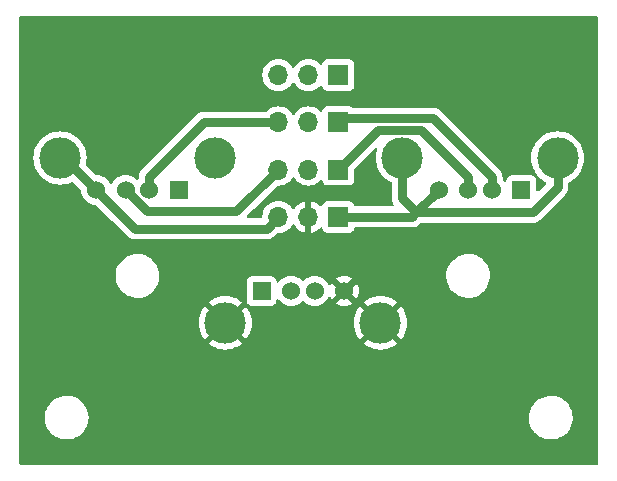
<source format=gbr>
%TF.GenerationSoftware,KiCad,Pcbnew,7.0.2*%
%TF.CreationDate,2023-04-22T20:19:08-03:00*%
%TF.ProjectId,usbsplitter,75736273-706c-4697-9474-65722e6b6963,1.0.1*%
%TF.SameCoordinates,Original*%
%TF.FileFunction,Copper,L2,Bot*%
%TF.FilePolarity,Positive*%
%FSLAX46Y46*%
G04 Gerber Fmt 4.6, Leading zero omitted, Abs format (unit mm)*
G04 Created by KiCad (PCBNEW 7.0.2) date 2023-04-22 20:19:08*
%MOMM*%
%LPD*%
G01*
G04 APERTURE LIST*
%TA.AperFunction,ComponentPad*%
%ADD10R,1.700000X1.700000*%
%TD*%
%TA.AperFunction,ComponentPad*%
%ADD11O,1.700000X1.700000*%
%TD*%
%TA.AperFunction,ComponentPad*%
%ADD12R,1.524000X1.524000*%
%TD*%
%TA.AperFunction,ComponentPad*%
%ADD13C,1.524000*%
%TD*%
%TA.AperFunction,ComponentPad*%
%ADD14C,3.500000*%
%TD*%
%TA.AperFunction,Conductor*%
%ADD15C,0.800000*%
%TD*%
G04 APERTURE END LIST*
D10*
%TO.P,SW4,1,A*%
%TO.N,/GNDA*%
X179000000Y-82000000D03*
D11*
%TO.P,SW4,2,B*%
%TO.N,GND*%
X176460000Y-82000000D03*
%TO.P,SW4,3,C*%
%TO.N,/GNDB*%
X173920000Y-82000000D03*
%TD*%
D10*
%TO.P,SW3,1,A*%
%TO.N,/D-A*%
X179000000Y-74000000D03*
D11*
%TO.P,SW3,2,B*%
%TO.N,/D-*%
X176460000Y-74000000D03*
%TO.P,SW3,3,C*%
%TO.N,/D-B*%
X173920000Y-74000000D03*
%TD*%
D10*
%TO.P,SW2,1,A*%
%TO.N,/D+A*%
X179000000Y-78000000D03*
D11*
%TO.P,SW2,2,B*%
%TO.N,/D+*%
X176460000Y-78000000D03*
%TO.P,SW2,3,C*%
%TO.N,/D+B*%
X173920000Y-78000000D03*
%TD*%
D10*
%TO.P,SW1,1,A*%
%TO.N,/5VA*%
X179000000Y-70000000D03*
D11*
%TO.P,SW1,2,B*%
%TO.N,+5V*%
X176460000Y-70000000D03*
%TO.P,SW1,3,C*%
%TO.N,/5VB*%
X173920000Y-70000000D03*
%TD*%
D12*
%TO.P,OUT2,1,VBUS*%
%TO.N,/5VB*%
X165500000Y-79727500D03*
D13*
%TO.P,OUT2,2,D-*%
%TO.N,/D-B*%
X163000000Y-79727500D03*
%TO.P,OUT2,3,D+*%
%TO.N,/D+B*%
X161000000Y-79727500D03*
%TO.P,OUT2,4,GND*%
%TO.N,/GNDB*%
X158500000Y-79727500D03*
D14*
%TO.P,OUT2,5,Shield*%
X155430000Y-77017500D03*
X168570000Y-77017500D03*
%TD*%
D12*
%TO.P,OUT1,1,VBUS*%
%TO.N,/5VA*%
X194500000Y-79727500D03*
D13*
%TO.P,OUT1,2,D-*%
%TO.N,/D-A*%
X192000000Y-79727500D03*
%TO.P,OUT1,3,D+*%
%TO.N,/D+A*%
X190000000Y-79727500D03*
%TO.P,OUT1,4,GND*%
%TO.N,/GNDA*%
X187500000Y-79727500D03*
D14*
%TO.P,OUT1,5,Shield*%
X184430000Y-77017500D03*
X197570000Y-77017500D03*
%TD*%
D12*
%TO.P,IN1,1,VBUS*%
%TO.N,+5V*%
X172500000Y-88272500D03*
D13*
%TO.P,IN1,2,D-*%
%TO.N,/D-*%
X175000000Y-88272500D03*
%TO.P,IN1,3,D+*%
%TO.N,/D+*%
X177000000Y-88272500D03*
%TO.P,IN1,4,GND*%
%TO.N,GND*%
X179500000Y-88272500D03*
D14*
%TO.P,IN1,5,Shield*%
X182570000Y-90982500D03*
X169430000Y-90982500D03*
%TD*%
D15*
%TO.N,/GNDB*%
X155430000Y-77017500D02*
X155790000Y-77017500D01*
X155790000Y-77017500D02*
X158500000Y-79727500D01*
X161772500Y-83000000D02*
X172920000Y-83000000D01*
X172920000Y-83000000D02*
X173920000Y-82000000D01*
%TO.N,/GNDA*%
X179000000Y-82000000D02*
X185227500Y-82000000D01*
X185227500Y-82000000D02*
X185613750Y-81613750D01*
%TO.N,/D-A*%
X192000000Y-78649870D02*
X187017630Y-73667500D01*
X187017630Y-73667500D02*
X179332500Y-73667500D01*
X179332500Y-73667500D02*
X179000000Y-74000000D01*
%TO.N,/D+A*%
X186017630Y-74667500D02*
X182332500Y-74667500D01*
X182332500Y-74667500D02*
X179000000Y-78000000D01*
%TO.N,/D+B*%
X173920000Y-78000000D02*
X170370000Y-81550000D01*
%TO.N,/D-B*%
X163000000Y-78649870D02*
X167649870Y-74000000D01*
X167649870Y-74000000D02*
X173920000Y-74000000D01*
%TO.N,/GNDA*%
X185613750Y-81613750D02*
X195448623Y-81613750D01*
X195448623Y-81613750D02*
X197570000Y-79492373D01*
X197570000Y-79492373D02*
X197570000Y-77017500D01*
X184430000Y-80430000D02*
X185613750Y-81613750D01*
X185613750Y-81613750D02*
X187500000Y-79727500D01*
X184430000Y-77017500D02*
X184430000Y-80430000D01*
%TO.N,/D+B*%
X161000000Y-79727500D02*
X162822500Y-81550000D01*
X162822500Y-81550000D02*
X170370000Y-81550000D01*
%TO.N,/D-B*%
X163000000Y-79727500D02*
X163000000Y-78649870D01*
%TO.N,/D-A*%
X192000000Y-78649870D02*
X192000000Y-79727500D01*
%TO.N,/D+A*%
X186017630Y-74667500D02*
X190000000Y-78649870D01*
X190000000Y-78649870D02*
X190000000Y-79727500D01*
%TO.N,/GNDB*%
X158500000Y-79727500D02*
X161772500Y-83000000D01*
%TD*%
%TA.AperFunction,Conductor*%
%TO.N,GND*%
G36*
X182218113Y-76157899D02*
G01*
X182274046Y-76199771D01*
X182298463Y-76265235D01*
X182292198Y-76313939D01*
X182252825Y-76429928D01*
X182252824Y-76429933D01*
X182251519Y-76433778D01*
X182250728Y-76437750D01*
X182250726Y-76437761D01*
X182194758Y-76719137D01*
X182193966Y-76723120D01*
X182193700Y-76727167D01*
X182193700Y-76727173D01*
X182181870Y-76907669D01*
X182174671Y-77017500D01*
X182193966Y-77311880D01*
X182194757Y-77315861D01*
X182194758Y-77315862D01*
X182250726Y-77597238D01*
X182250728Y-77597245D01*
X182251519Y-77601222D01*
X182252819Y-77605053D01*
X182252823Y-77605066D01*
X182306976Y-77764592D01*
X182346348Y-77880577D01*
X182348141Y-77884213D01*
X182348144Y-77884220D01*
X182475032Y-78141525D01*
X182475038Y-78141536D01*
X182476828Y-78145165D01*
X182479079Y-78148534D01*
X182479082Y-78148539D01*
X182638467Y-78387075D01*
X182640727Y-78390457D01*
X182703129Y-78461613D01*
X182826840Y-78602678D01*
X182835242Y-78612258D01*
X183057043Y-78806773D01*
X183302335Y-78970672D01*
X183305973Y-78972466D01*
X183305975Y-78972467D01*
X183460343Y-79048593D01*
X183511762Y-79095898D01*
X183529499Y-79159805D01*
X183529499Y-80349375D01*
X183527973Y-80368768D01*
X183525780Y-80382611D01*
X183529330Y-80450336D01*
X183529500Y-80456825D01*
X183529500Y-80477192D01*
X183529837Y-80480404D01*
X183529838Y-80480413D01*
X183531628Y-80497447D01*
X183532136Y-80503909D01*
X183535686Y-80571645D01*
X183539315Y-80585187D01*
X183542860Y-80604315D01*
X183544325Y-80618254D01*
X183565282Y-80682754D01*
X183567125Y-80688976D01*
X183584679Y-80754487D01*
X183591042Y-80766974D01*
X183598489Y-80784953D01*
X183602820Y-80798283D01*
X183636725Y-80857008D01*
X183639823Y-80862713D01*
X183668607Y-80919205D01*
X183681503Y-80987875D01*
X183655226Y-81052615D01*
X183598120Y-81092872D01*
X183558122Y-81099500D01*
X180451439Y-81099500D01*
X180384400Y-81079815D01*
X180338645Y-81027011D01*
X180335257Y-81018833D01*
X180326081Y-80994230D01*
X180293796Y-80907669D01*
X180207546Y-80792454D01*
X180092331Y-80706204D01*
X179957483Y-80655909D01*
X179897873Y-80649500D01*
X179894550Y-80649500D01*
X178105439Y-80649500D01*
X178105420Y-80649500D01*
X178102128Y-80649501D01*
X178098848Y-80649853D01*
X178098840Y-80649854D01*
X178042515Y-80655909D01*
X177907669Y-80706204D01*
X177792454Y-80792454D01*
X177706204Y-80907669D01*
X177656997Y-81039599D01*
X177615125Y-81095532D01*
X177549661Y-81119949D01*
X177481388Y-81105097D01*
X177453134Y-81083946D01*
X177331081Y-80961893D01*
X177137576Y-80826399D01*
X176923492Y-80726569D01*
X176710000Y-80669364D01*
X176710000Y-81564498D01*
X176602315Y-81515320D01*
X176495763Y-81500000D01*
X176424237Y-81500000D01*
X176317685Y-81515320D01*
X176210000Y-81564498D01*
X176210000Y-80669364D01*
X176209999Y-80669364D01*
X175996507Y-80726569D01*
X175782421Y-80826400D01*
X175588921Y-80961890D01*
X175421893Y-81128918D01*
X175291880Y-81314596D01*
X175237303Y-81358220D01*
X175167804Y-81365413D01*
X175105450Y-81333891D01*
X175088730Y-81314595D01*
X174958494Y-81128598D01*
X174791404Y-80961508D01*
X174791404Y-80961507D01*
X174791401Y-80961505D01*
X174597830Y-80825965D01*
X174383663Y-80726097D01*
X174322502Y-80709709D01*
X174155407Y-80664936D01*
X173920000Y-80644340D01*
X173684592Y-80664936D01*
X173456336Y-80726097D01*
X173242170Y-80825965D01*
X173048598Y-80961505D01*
X172881505Y-81128598D01*
X172745965Y-81322170D01*
X172646097Y-81536336D01*
X172584936Y-81764592D01*
X172565538Y-81986308D01*
X172540085Y-82051376D01*
X172483494Y-82092355D01*
X172442010Y-82099500D01*
X171393361Y-82099500D01*
X171326322Y-82079815D01*
X171280567Y-82027011D01*
X171270623Y-81957853D01*
X171299648Y-81894297D01*
X171305680Y-81887819D01*
X171878904Y-81314595D01*
X173803564Y-79389933D01*
X173864885Y-79356450D01*
X173902048Y-79354088D01*
X173920000Y-79355659D01*
X173920002Y-79355658D01*
X173920004Y-79355659D01*
X174108326Y-79339182D01*
X174155408Y-79335063D01*
X174383663Y-79273903D01*
X174597830Y-79174035D01*
X174791401Y-79038495D01*
X174958495Y-78871401D01*
X175088426Y-78685839D01*
X175143002Y-78642216D01*
X175212500Y-78635022D01*
X175274855Y-78666545D01*
X175291571Y-78685837D01*
X175421505Y-78871401D01*
X175588599Y-79038495D01*
X175782170Y-79174035D01*
X175996337Y-79273903D01*
X176224592Y-79335063D01*
X176460000Y-79355659D01*
X176695408Y-79335063D01*
X176923663Y-79273903D01*
X177137830Y-79174035D01*
X177331401Y-79038495D01*
X177453329Y-78916566D01*
X177514648Y-78883084D01*
X177584340Y-78888068D01*
X177640274Y-78929939D01*
X177657189Y-78960916D01*
X177669398Y-78993650D01*
X177706204Y-79092331D01*
X177792454Y-79207546D01*
X177907669Y-79293796D01*
X178042517Y-79344091D01*
X178102127Y-79350500D01*
X179897872Y-79350499D01*
X179957483Y-79344091D01*
X180092331Y-79293796D01*
X180207546Y-79207546D01*
X180293796Y-79092331D01*
X180344091Y-78957483D01*
X180350500Y-78897873D01*
X180350499Y-77974359D01*
X180370183Y-77907321D01*
X180386813Y-77886684D01*
X182087101Y-76186398D01*
X182148421Y-76152915D01*
X182218113Y-76157899D01*
G37*
%TD.AperFunction*%
%TA.AperFunction,Conductor*%
G36*
X200942539Y-65020185D02*
G01*
X200988294Y-65072989D01*
X200999500Y-65124500D01*
X200999500Y-102875500D01*
X200979815Y-102942539D01*
X200927011Y-102988294D01*
X200875500Y-102999500D01*
X152124500Y-102999500D01*
X152057461Y-102979815D01*
X152011706Y-102927011D01*
X152000500Y-102875500D01*
X152000500Y-99067764D01*
X154145787Y-99067764D01*
X154175413Y-99337016D01*
X154243928Y-99599087D01*
X154349871Y-99848392D01*
X154490982Y-100079611D01*
X154580253Y-100186881D01*
X154664255Y-100287820D01*
X154865998Y-100468582D01*
X155091910Y-100618044D01*
X155198211Y-100667876D01*
X155337177Y-100733021D01*
X155596562Y-100811058D01*
X155596569Y-100811060D01*
X155864561Y-100850500D01*
X155864564Y-100850500D01*
X156065369Y-100850500D01*
X156067631Y-100850500D01*
X156270156Y-100835677D01*
X156534553Y-100776780D01*
X156787558Y-100680014D01*
X157023777Y-100547441D01*
X157238177Y-100381888D01*
X157426186Y-100186881D01*
X157583799Y-99966579D01*
X157707656Y-99725675D01*
X157795118Y-99469305D01*
X157844319Y-99202933D01*
X157849259Y-99067764D01*
X195145787Y-99067764D01*
X195175413Y-99337016D01*
X195243928Y-99599087D01*
X195349871Y-99848392D01*
X195490982Y-100079611D01*
X195580253Y-100186881D01*
X195664255Y-100287820D01*
X195865998Y-100468582D01*
X196091910Y-100618044D01*
X196198211Y-100667876D01*
X196337177Y-100733021D01*
X196596562Y-100811058D01*
X196596569Y-100811060D01*
X196864561Y-100850500D01*
X196864564Y-100850500D01*
X197065369Y-100850500D01*
X197067631Y-100850500D01*
X197270156Y-100835677D01*
X197534553Y-100776780D01*
X197787558Y-100680014D01*
X198023777Y-100547441D01*
X198238177Y-100381888D01*
X198426186Y-100186881D01*
X198583799Y-99966579D01*
X198707656Y-99725675D01*
X198795118Y-99469305D01*
X198844319Y-99202933D01*
X198854212Y-98932235D01*
X198824586Y-98662982D01*
X198756072Y-98400912D01*
X198650130Y-98151610D01*
X198509018Y-97920390D01*
X198509017Y-97920388D01*
X198335746Y-97712181D01*
X198230759Y-97618112D01*
X198134002Y-97531418D01*
X197908090Y-97381956D01*
X197908086Y-97381954D01*
X197662822Y-97266978D01*
X197403437Y-97188941D01*
X197403431Y-97188940D01*
X197135439Y-97149500D01*
X196932369Y-97149500D01*
X196930120Y-97149664D01*
X196930109Y-97149665D01*
X196729843Y-97164322D01*
X196465449Y-97223219D01*
X196212441Y-97319986D01*
X195976223Y-97452559D01*
X195761825Y-97618109D01*
X195573813Y-97813120D01*
X195416201Y-98033420D01*
X195292342Y-98274329D01*
X195204881Y-98530695D01*
X195155680Y-98797066D01*
X195145787Y-99067764D01*
X157849259Y-99067764D01*
X157854212Y-98932235D01*
X157824586Y-98662982D01*
X157756072Y-98400912D01*
X157650130Y-98151610D01*
X157509018Y-97920390D01*
X157509017Y-97920388D01*
X157335746Y-97712181D01*
X157230759Y-97618112D01*
X157134002Y-97531418D01*
X156908090Y-97381956D01*
X156908086Y-97381954D01*
X156662822Y-97266978D01*
X156403437Y-97188941D01*
X156403431Y-97188940D01*
X156135439Y-97149500D01*
X155932369Y-97149500D01*
X155930120Y-97149664D01*
X155930109Y-97149665D01*
X155729843Y-97164322D01*
X155465449Y-97223219D01*
X155212441Y-97319986D01*
X154976223Y-97452559D01*
X154761825Y-97618109D01*
X154573813Y-97813120D01*
X154416201Y-98033420D01*
X154292342Y-98274329D01*
X154204881Y-98530695D01*
X154155680Y-98797066D01*
X154145787Y-99067764D01*
X152000500Y-99067764D01*
X152000500Y-90986543D01*
X167175437Y-90986543D01*
X167194197Y-91272771D01*
X167195253Y-91280793D01*
X167251210Y-91562108D01*
X167253307Y-91569936D01*
X167345505Y-91841538D01*
X167348607Y-91849028D01*
X167475466Y-92106274D01*
X167479516Y-92113288D01*
X167638866Y-92351771D01*
X167643805Y-92358208D01*
X167670405Y-92388539D01*
X167670406Y-92388539D01*
X168459438Y-91599507D01*
X168508348Y-91678499D01*
X168651931Y-91836001D01*
X168810388Y-91955663D01*
X168023959Y-92742092D01*
X168023959Y-92742093D01*
X168054291Y-92768694D01*
X168060728Y-92773633D01*
X168299211Y-92932983D01*
X168306225Y-92937033D01*
X168563471Y-93063892D01*
X168570961Y-93066994D01*
X168842563Y-93159192D01*
X168850391Y-93161289D01*
X169131706Y-93217246D01*
X169139728Y-93218302D01*
X169425957Y-93237063D01*
X169434043Y-93237063D01*
X169720271Y-93218302D01*
X169728293Y-93217246D01*
X170009608Y-93161289D01*
X170017436Y-93159192D01*
X170289038Y-93066994D01*
X170296528Y-93063892D01*
X170553774Y-92937033D01*
X170560788Y-92932983D01*
X170799273Y-92773632D01*
X170805698Y-92768701D01*
X170836040Y-92742092D01*
X170049611Y-91955663D01*
X170208069Y-91836001D01*
X170351652Y-91678499D01*
X170400560Y-91599508D01*
X171189592Y-92388540D01*
X171216201Y-92358198D01*
X171221132Y-92351773D01*
X171380483Y-92113288D01*
X171384533Y-92106274D01*
X171511392Y-91849028D01*
X171514494Y-91841538D01*
X171606692Y-91569936D01*
X171608789Y-91562108D01*
X171664746Y-91280793D01*
X171665802Y-91272771D01*
X171684563Y-90986543D01*
X180315437Y-90986543D01*
X180334197Y-91272771D01*
X180335253Y-91280793D01*
X180391210Y-91562108D01*
X180393307Y-91569936D01*
X180485505Y-91841538D01*
X180488607Y-91849028D01*
X180615466Y-92106274D01*
X180619516Y-92113288D01*
X180778866Y-92351771D01*
X180783805Y-92358208D01*
X180810405Y-92388539D01*
X180810406Y-92388539D01*
X181599438Y-91599507D01*
X181648348Y-91678499D01*
X181791931Y-91836001D01*
X181950388Y-91955663D01*
X181163959Y-92742092D01*
X181163959Y-92742093D01*
X181194291Y-92768694D01*
X181200728Y-92773633D01*
X181439211Y-92932983D01*
X181446225Y-92937033D01*
X181703471Y-93063892D01*
X181710961Y-93066994D01*
X181982563Y-93159192D01*
X181990391Y-93161289D01*
X182271706Y-93217246D01*
X182279728Y-93218302D01*
X182565957Y-93237063D01*
X182574043Y-93237063D01*
X182860271Y-93218302D01*
X182868293Y-93217246D01*
X183149608Y-93161289D01*
X183157436Y-93159192D01*
X183429038Y-93066994D01*
X183436528Y-93063892D01*
X183693774Y-92937033D01*
X183700788Y-92932983D01*
X183939273Y-92773632D01*
X183945698Y-92768701D01*
X183976040Y-92742092D01*
X183189611Y-91955663D01*
X183348069Y-91836001D01*
X183491652Y-91678499D01*
X183540560Y-91599508D01*
X184329592Y-92388540D01*
X184356201Y-92358198D01*
X184361132Y-92351773D01*
X184520483Y-92113288D01*
X184524533Y-92106274D01*
X184651392Y-91849028D01*
X184654494Y-91841538D01*
X184746692Y-91569936D01*
X184748789Y-91562108D01*
X184804746Y-91280793D01*
X184805802Y-91272771D01*
X184824563Y-90986543D01*
X184824563Y-90978456D01*
X184805802Y-90692228D01*
X184804746Y-90684206D01*
X184748789Y-90402891D01*
X184746692Y-90395063D01*
X184654494Y-90123461D01*
X184651392Y-90115971D01*
X184524533Y-89858725D01*
X184520483Y-89851711D01*
X184361133Y-89613228D01*
X184356194Y-89606791D01*
X184329592Y-89576459D01*
X183540560Y-90365491D01*
X183491652Y-90286501D01*
X183348069Y-90128999D01*
X183189610Y-90009335D01*
X183976039Y-89222906D01*
X183976039Y-89222905D01*
X183945708Y-89196305D01*
X183939271Y-89191366D01*
X183700788Y-89032016D01*
X183693774Y-89027966D01*
X183436528Y-88901107D01*
X183429038Y-88898005D01*
X183157436Y-88805807D01*
X183149608Y-88803710D01*
X182868293Y-88747753D01*
X182860271Y-88746697D01*
X182574043Y-88727937D01*
X182565957Y-88727937D01*
X182279728Y-88746697D01*
X182271706Y-88747753D01*
X181990391Y-88803710D01*
X181982563Y-88805807D01*
X181710961Y-88898005D01*
X181703471Y-88901107D01*
X181446225Y-89027966D01*
X181439211Y-89032016D01*
X181200723Y-89191369D01*
X181194295Y-89196301D01*
X181163958Y-89222905D01*
X181163958Y-89222906D01*
X181950388Y-90009336D01*
X181791931Y-90128999D01*
X181648348Y-90286501D01*
X181599439Y-90365491D01*
X180810406Y-89576458D01*
X180810405Y-89576458D01*
X180783801Y-89606795D01*
X180778869Y-89613223D01*
X180619516Y-89851711D01*
X180615466Y-89858725D01*
X180488607Y-90115971D01*
X180485505Y-90123461D01*
X180393307Y-90395063D01*
X180391210Y-90402891D01*
X180335253Y-90684206D01*
X180334197Y-90692228D01*
X180315437Y-90978456D01*
X180315437Y-90986543D01*
X171684563Y-90986543D01*
X171684563Y-90978456D01*
X171665802Y-90692228D01*
X171664746Y-90684206D01*
X171608789Y-90402891D01*
X171606692Y-90395063D01*
X171514494Y-90123461D01*
X171511392Y-90115971D01*
X171384533Y-89858725D01*
X171380483Y-89851711D01*
X171221133Y-89613228D01*
X171216194Y-89606791D01*
X171189592Y-89576459D01*
X170400560Y-90365491D01*
X170351652Y-90286501D01*
X170208069Y-90128999D01*
X170049610Y-90009335D01*
X170836039Y-89222906D01*
X170836039Y-89222905D01*
X170805708Y-89196305D01*
X170799271Y-89191366D01*
X170631221Y-89079078D01*
X171237500Y-89079078D01*
X171237501Y-89082372D01*
X171237853Y-89085652D01*
X171237854Y-89085659D01*
X171243909Y-89141984D01*
X171262328Y-89191366D01*
X171294204Y-89276831D01*
X171380454Y-89392046D01*
X171495669Y-89478296D01*
X171630517Y-89528591D01*
X171690127Y-89535000D01*
X173309872Y-89534999D01*
X173369483Y-89528591D01*
X173504331Y-89478296D01*
X173619546Y-89392046D01*
X173705796Y-89276831D01*
X173756091Y-89141983D01*
X173762229Y-89084888D01*
X173788965Y-89020340D01*
X173846357Y-88980491D01*
X173916182Y-88977996D01*
X173976272Y-89013648D01*
X173987087Y-89027014D01*
X174029174Y-89087120D01*
X174185380Y-89243326D01*
X174366338Y-89370034D01*
X174566550Y-89463394D01*
X174779932Y-89520570D01*
X175000000Y-89539823D01*
X175220068Y-89520570D01*
X175433450Y-89463394D01*
X175633662Y-89370034D01*
X175814620Y-89243326D01*
X175912322Y-89145623D01*
X175973641Y-89112141D01*
X176043333Y-89117125D01*
X176087676Y-89145622D01*
X176185380Y-89243326D01*
X176366338Y-89370034D01*
X176566550Y-89463394D01*
X176779932Y-89520570D01*
X177000000Y-89539823D01*
X177220068Y-89520570D01*
X177433450Y-89463394D01*
X177633662Y-89370034D01*
X177814620Y-89243326D01*
X177970826Y-89087120D01*
X178097534Y-88906162D01*
X178137894Y-88819608D01*
X178184066Y-88767169D01*
X178251259Y-88748017D01*
X178318140Y-88768232D01*
X178362658Y-88819609D01*
X178402899Y-88905907D01*
X178448258Y-88970687D01*
X179046220Y-88372725D01*
X179046467Y-88376016D01*
X179097128Y-88505098D01*
X179183586Y-88613513D01*
X179298159Y-88691627D01*
X179402301Y-88723750D01*
X178801812Y-89324240D01*
X178866593Y-89369601D01*
X179066718Y-89462920D01*
X179280021Y-89520075D01*
X179500000Y-89539321D01*
X179719978Y-89520075D01*
X179933281Y-89462920D01*
X180133408Y-89369600D01*
X180198187Y-89324240D01*
X179597020Y-88723072D01*
X179637119Y-88717029D01*
X179762054Y-88656863D01*
X179863705Y-88562545D01*
X179933039Y-88442455D01*
X179949850Y-88368796D01*
X180551740Y-88970686D01*
X180597100Y-88905908D01*
X180690420Y-88705781D01*
X180747575Y-88492478D01*
X180766821Y-88272499D01*
X180747575Y-88052521D01*
X180690421Y-87839220D01*
X180597098Y-87639089D01*
X180551740Y-87574311D01*
X179953779Y-88172271D01*
X179953533Y-88168984D01*
X179902872Y-88039902D01*
X179816414Y-87931487D01*
X179701841Y-87853373D01*
X179597697Y-87821249D01*
X180198187Y-87220758D01*
X180133406Y-87175398D01*
X179933281Y-87082079D01*
X179879857Y-87067764D01*
X188145787Y-87067764D01*
X188175413Y-87337016D01*
X188217904Y-87499545D01*
X188243928Y-87599088D01*
X188341193Y-87827971D01*
X188349871Y-87848392D01*
X188490982Y-88079611D01*
X188664253Y-88287818D01*
X188664255Y-88287820D01*
X188865998Y-88468582D01*
X189091910Y-88618044D01*
X189198211Y-88667876D01*
X189337177Y-88733021D01*
X189596562Y-88811058D01*
X189596569Y-88811060D01*
X189864561Y-88850500D01*
X189864564Y-88850500D01*
X190065369Y-88850500D01*
X190067631Y-88850500D01*
X190270156Y-88835677D01*
X190534553Y-88776780D01*
X190787558Y-88680014D01*
X191023777Y-88547441D01*
X191238177Y-88381888D01*
X191426186Y-88186881D01*
X191583799Y-87966579D01*
X191707656Y-87725675D01*
X191795118Y-87469305D01*
X191844319Y-87202933D01*
X191854212Y-86932235D01*
X191824586Y-86662982D01*
X191756072Y-86400912D01*
X191650130Y-86151610D01*
X191509018Y-85920390D01*
X191509017Y-85920388D01*
X191335746Y-85712181D01*
X191230759Y-85618112D01*
X191134002Y-85531418D01*
X190908090Y-85381956D01*
X190908086Y-85381954D01*
X190662822Y-85266978D01*
X190403437Y-85188941D01*
X190403431Y-85188940D01*
X190135439Y-85149500D01*
X189932369Y-85149500D01*
X189930120Y-85149664D01*
X189930109Y-85149665D01*
X189729843Y-85164322D01*
X189465449Y-85223219D01*
X189212441Y-85319986D01*
X188976223Y-85452559D01*
X188761825Y-85618109D01*
X188573813Y-85813120D01*
X188416201Y-86033420D01*
X188292342Y-86274329D01*
X188204881Y-86530695D01*
X188155680Y-86797066D01*
X188145787Y-87067764D01*
X179879857Y-87067764D01*
X179719978Y-87024924D01*
X179500000Y-87005678D01*
X179280021Y-87024924D01*
X179066719Y-87082078D01*
X178866589Y-87175400D01*
X178801812Y-87220758D01*
X178801811Y-87220758D01*
X179402980Y-87821927D01*
X179362881Y-87827971D01*
X179237946Y-87888137D01*
X179136295Y-87982455D01*
X179066961Y-88102545D01*
X179050149Y-88176202D01*
X178448258Y-87574311D01*
X178448258Y-87574312D01*
X178402901Y-87639088D01*
X178362657Y-87725392D01*
X178316484Y-87777831D01*
X178249290Y-87796982D01*
X178182409Y-87776766D01*
X178137893Y-87725390D01*
X178097534Y-87638839D01*
X178069700Y-87599088D01*
X177970826Y-87457880D01*
X177814620Y-87301674D01*
X177633662Y-87174966D01*
X177586457Y-87152954D01*
X177433451Y-87081606D01*
X177220065Y-87024429D01*
X177000000Y-87005176D01*
X176779934Y-87024429D01*
X176566548Y-87081606D01*
X176366338Y-87174966D01*
X176185379Y-87301674D01*
X176087681Y-87399373D01*
X176026358Y-87432858D01*
X175956666Y-87427874D01*
X175912319Y-87399373D01*
X175814620Y-87301674D01*
X175633662Y-87174966D01*
X175433451Y-87081606D01*
X175220065Y-87024429D01*
X175000000Y-87005176D01*
X174779934Y-87024429D01*
X174566548Y-87081606D01*
X174366338Y-87174966D01*
X174185379Y-87301674D01*
X174029177Y-87457876D01*
X174029174Y-87457879D01*
X174029174Y-87457880D01*
X174015756Y-87477044D01*
X173987093Y-87517979D01*
X173932516Y-87561603D01*
X173863017Y-87568796D01*
X173800663Y-87537274D01*
X173765249Y-87477044D01*
X173762228Y-87460108D01*
X173762145Y-87459333D01*
X173756091Y-87403017D01*
X173705796Y-87268169D01*
X173619546Y-87152954D01*
X173504331Y-87066704D01*
X173369483Y-87016409D01*
X173309873Y-87010000D01*
X173306550Y-87010000D01*
X171693439Y-87010000D01*
X171693420Y-87010000D01*
X171690128Y-87010001D01*
X171686848Y-87010353D01*
X171686840Y-87010354D01*
X171630515Y-87016409D01*
X171495669Y-87066704D01*
X171380454Y-87152954D01*
X171294204Y-87268168D01*
X171243909Y-87403016D01*
X171240701Y-87432858D01*
X171237500Y-87462627D01*
X171237500Y-87465948D01*
X171237500Y-87465949D01*
X171237500Y-89079060D01*
X171237500Y-89079078D01*
X170631221Y-89079078D01*
X170560788Y-89032016D01*
X170553774Y-89027966D01*
X170296528Y-88901107D01*
X170289038Y-88898005D01*
X170017436Y-88805807D01*
X170009608Y-88803710D01*
X169728293Y-88747753D01*
X169720271Y-88746697D01*
X169434043Y-88727937D01*
X169425957Y-88727937D01*
X169139728Y-88746697D01*
X169131706Y-88747753D01*
X168850391Y-88803710D01*
X168842563Y-88805807D01*
X168570961Y-88898005D01*
X168563471Y-88901107D01*
X168306225Y-89027966D01*
X168299211Y-89032016D01*
X168060723Y-89191369D01*
X168054295Y-89196301D01*
X168023958Y-89222905D01*
X168023958Y-89222906D01*
X168810388Y-90009336D01*
X168651931Y-90128999D01*
X168508348Y-90286501D01*
X168459439Y-90365491D01*
X167670406Y-89576458D01*
X167670405Y-89576458D01*
X167643801Y-89606795D01*
X167638869Y-89613223D01*
X167479516Y-89851711D01*
X167475466Y-89858725D01*
X167348607Y-90115971D01*
X167345505Y-90123461D01*
X167253307Y-90395063D01*
X167251210Y-90402891D01*
X167195253Y-90684206D01*
X167194197Y-90692228D01*
X167175437Y-90978456D01*
X167175437Y-90986543D01*
X152000500Y-90986543D01*
X152000500Y-87067764D01*
X160145787Y-87067764D01*
X160175413Y-87337016D01*
X160217904Y-87499545D01*
X160243928Y-87599088D01*
X160341193Y-87827971D01*
X160349871Y-87848392D01*
X160490982Y-88079611D01*
X160664253Y-88287818D01*
X160664255Y-88287820D01*
X160865998Y-88468582D01*
X161091910Y-88618044D01*
X161198211Y-88667876D01*
X161337177Y-88733021D01*
X161596562Y-88811058D01*
X161596569Y-88811060D01*
X161864561Y-88850500D01*
X161864564Y-88850500D01*
X162065369Y-88850500D01*
X162067631Y-88850500D01*
X162270156Y-88835677D01*
X162534553Y-88776780D01*
X162787558Y-88680014D01*
X163023777Y-88547441D01*
X163238177Y-88381888D01*
X163426186Y-88186881D01*
X163583799Y-87966579D01*
X163707656Y-87725675D01*
X163795118Y-87469305D01*
X163844319Y-87202933D01*
X163854212Y-86932235D01*
X163824586Y-86662982D01*
X163756072Y-86400912D01*
X163650130Y-86151610D01*
X163509018Y-85920390D01*
X163509017Y-85920388D01*
X163335746Y-85712181D01*
X163230759Y-85618112D01*
X163134002Y-85531418D01*
X162908090Y-85381956D01*
X162908086Y-85381954D01*
X162662822Y-85266978D01*
X162403437Y-85188941D01*
X162403431Y-85188940D01*
X162135439Y-85149500D01*
X161932369Y-85149500D01*
X161930120Y-85149664D01*
X161930109Y-85149665D01*
X161729843Y-85164322D01*
X161465449Y-85223219D01*
X161212441Y-85319986D01*
X160976223Y-85452559D01*
X160761825Y-85618109D01*
X160573813Y-85813120D01*
X160416201Y-86033420D01*
X160292342Y-86274329D01*
X160204881Y-86530695D01*
X160155680Y-86797066D01*
X160145787Y-87067764D01*
X152000500Y-87067764D01*
X152000500Y-77017500D01*
X153174671Y-77017500D01*
X153193966Y-77311880D01*
X153194757Y-77315861D01*
X153194758Y-77315862D01*
X153250726Y-77597238D01*
X153250728Y-77597245D01*
X153251519Y-77601222D01*
X153252819Y-77605053D01*
X153252823Y-77605066D01*
X153306976Y-77764592D01*
X153346348Y-77880577D01*
X153348141Y-77884213D01*
X153348144Y-77884220D01*
X153475032Y-78141525D01*
X153475038Y-78141536D01*
X153476828Y-78145165D01*
X153479079Y-78148534D01*
X153479082Y-78148539D01*
X153638467Y-78387075D01*
X153640727Y-78390457D01*
X153703129Y-78461613D01*
X153826840Y-78602678D01*
X153835242Y-78612258D01*
X154057043Y-78806773D01*
X154302335Y-78970672D01*
X154305968Y-78972463D01*
X154305974Y-78972467D01*
X154471626Y-79054157D01*
X154566923Y-79101152D01*
X154739708Y-79159805D01*
X154842433Y-79194676D01*
X154842435Y-79194676D01*
X154846278Y-79195981D01*
X155135620Y-79253534D01*
X155430000Y-79272829D01*
X155724380Y-79253534D01*
X156013722Y-79195981D01*
X156293077Y-79101152D01*
X156419042Y-79039032D01*
X156487870Y-79027036D01*
X156552261Y-79054157D01*
X156561564Y-79062564D01*
X157201355Y-79702354D01*
X157234840Y-79763677D01*
X157237202Y-79779228D01*
X157251929Y-79947565D01*
X157309106Y-80160951D01*
X157367443Y-80286054D01*
X157402466Y-80361162D01*
X157529174Y-80542120D01*
X157685380Y-80698326D01*
X157866338Y-80825034D01*
X158066550Y-80918394D01*
X158279932Y-80975570D01*
X158448270Y-80990296D01*
X158513338Y-81015747D01*
X158525143Y-81026142D01*
X159829798Y-82330798D01*
X161078736Y-83579736D01*
X161091369Y-83594526D01*
X161099612Y-83605871D01*
X161146070Y-83647702D01*
X161150007Y-83651247D01*
X161154715Y-83655715D01*
X161169120Y-83670120D01*
X161184922Y-83682916D01*
X161184937Y-83682928D01*
X161189875Y-83687145D01*
X161240281Y-83732531D01*
X161240283Y-83732532D01*
X161240284Y-83732533D01*
X161252422Y-83739541D01*
X161268454Y-83750559D01*
X161279351Y-83759383D01*
X161339779Y-83790171D01*
X161345474Y-83793264D01*
X161404212Y-83827177D01*
X161404213Y-83827177D01*
X161404216Y-83827179D01*
X161417553Y-83831512D01*
X161435520Y-83838955D01*
X161448012Y-83845320D01*
X161513528Y-83862874D01*
X161519737Y-83864714D01*
X161584244Y-83885674D01*
X161598190Y-83887139D01*
X161617303Y-83890681D01*
X161630855Y-83894313D01*
X161698595Y-83897862D01*
X161705053Y-83898371D01*
X161725308Y-83900500D01*
X161745675Y-83900500D01*
X161752164Y-83900670D01*
X161819888Y-83904219D01*
X161833728Y-83902026D01*
X161853126Y-83900500D01*
X172839374Y-83900500D01*
X172858771Y-83902026D01*
X172872612Y-83904219D01*
X172940336Y-83900670D01*
X172946826Y-83900500D01*
X172963952Y-83900500D01*
X172967192Y-83900500D01*
X172970413Y-83900161D01*
X172970421Y-83900161D01*
X172987447Y-83898371D01*
X172993906Y-83897862D01*
X173061646Y-83894313D01*
X173075193Y-83890682D01*
X173094309Y-83887139D01*
X173108256Y-83885674D01*
X173172786Y-83864706D01*
X173178951Y-83862880D01*
X173244488Y-83845320D01*
X173256974Y-83838956D01*
X173274953Y-83831509D01*
X173288284Y-83827179D01*
X173347051Y-83793248D01*
X173352677Y-83790193D01*
X173413149Y-83759383D01*
X173424045Y-83750559D01*
X173440074Y-83739542D01*
X173452216Y-83732533D01*
X173502638Y-83687131D01*
X173507540Y-83682945D01*
X173523380Y-83670119D01*
X173537783Y-83655715D01*
X173542471Y-83651265D01*
X173592888Y-83605871D01*
X173601129Y-83594526D01*
X173613762Y-83579736D01*
X173803566Y-83389932D01*
X173864885Y-83356450D01*
X173902048Y-83354088D01*
X173920000Y-83355659D01*
X173920002Y-83355658D01*
X173920004Y-83355659D01*
X174108326Y-83339182D01*
X174155408Y-83335063D01*
X174383663Y-83273903D01*
X174597830Y-83174035D01*
X174791401Y-83038495D01*
X174958495Y-82871401D01*
X175088732Y-82685403D01*
X175143307Y-82641780D01*
X175212805Y-82634586D01*
X175275160Y-82666109D01*
X175291880Y-82685404D01*
X175421893Y-82871081D01*
X175588918Y-83038106D01*
X175782423Y-83173600D01*
X175996509Y-83273430D01*
X176210000Y-83330634D01*
X176210000Y-82435501D01*
X176317685Y-82484680D01*
X176424237Y-82500000D01*
X176495763Y-82500000D01*
X176602315Y-82484680D01*
X176710000Y-82435501D01*
X176710000Y-83330633D01*
X176923490Y-83273430D01*
X177137576Y-83173600D01*
X177331077Y-83038109D01*
X177453133Y-82916053D01*
X177514456Y-82882568D01*
X177584148Y-82887552D01*
X177640082Y-82929423D01*
X177656996Y-82960399D01*
X177706204Y-83092331D01*
X177792454Y-83207546D01*
X177907669Y-83293796D01*
X178042517Y-83344091D01*
X178102127Y-83350500D01*
X179897872Y-83350499D01*
X179957483Y-83344091D01*
X180092331Y-83293796D01*
X180207546Y-83207546D01*
X180293796Y-83092331D01*
X180335257Y-82981165D01*
X180377128Y-82925233D01*
X180442592Y-82900816D01*
X180451439Y-82900500D01*
X185146874Y-82900500D01*
X185166271Y-82902026D01*
X185180112Y-82904219D01*
X185247836Y-82900670D01*
X185254326Y-82900500D01*
X185271452Y-82900500D01*
X185274692Y-82900500D01*
X185277913Y-82900161D01*
X185277921Y-82900161D01*
X185294947Y-82898371D01*
X185301406Y-82897862D01*
X185369146Y-82894313D01*
X185382693Y-82890682D01*
X185401809Y-82887139D01*
X185415756Y-82885674D01*
X185480286Y-82864706D01*
X185486451Y-82862880D01*
X185551988Y-82845320D01*
X185564474Y-82838956D01*
X185582453Y-82831509D01*
X185595784Y-82827179D01*
X185654551Y-82793248D01*
X185660177Y-82790193D01*
X185720649Y-82759383D01*
X185731542Y-82750560D01*
X185747574Y-82739542D01*
X185759716Y-82732533D01*
X185810138Y-82687131D01*
X185815040Y-82682945D01*
X185830880Y-82670119D01*
X185845279Y-82655718D01*
X185849971Y-82651265D01*
X185900388Y-82605871D01*
X185908624Y-82594533D01*
X185921264Y-82579735D01*
X185950430Y-82550569D01*
X186011753Y-82517084D01*
X186038111Y-82514250D01*
X195367997Y-82514250D01*
X195387394Y-82515776D01*
X195401235Y-82517969D01*
X195468959Y-82514420D01*
X195475449Y-82514250D01*
X195492575Y-82514250D01*
X195495815Y-82514250D01*
X195499036Y-82513911D01*
X195499044Y-82513911D01*
X195516070Y-82512121D01*
X195522529Y-82511612D01*
X195590269Y-82508063D01*
X195603816Y-82504432D01*
X195622932Y-82500889D01*
X195636879Y-82499424D01*
X195701409Y-82478456D01*
X195707574Y-82476630D01*
X195773111Y-82459070D01*
X195785597Y-82452706D01*
X195803576Y-82445259D01*
X195816907Y-82440929D01*
X195875674Y-82406998D01*
X195881300Y-82403943D01*
X195941772Y-82373133D01*
X195952665Y-82364310D01*
X195968697Y-82353292D01*
X195980839Y-82346283D01*
X196031261Y-82300881D01*
X196036163Y-82296695D01*
X196052003Y-82283869D01*
X196066402Y-82269468D01*
X196071094Y-82265015D01*
X196121511Y-82219621D01*
X196129752Y-82208276D01*
X196142383Y-82193487D01*
X198149737Y-80186133D01*
X198164526Y-80173502D01*
X198175871Y-80165261D01*
X198221265Y-80114844D01*
X198225721Y-80110150D01*
X198237813Y-80098059D01*
X198237814Y-80098057D01*
X198240119Y-80095753D01*
X198252945Y-80079913D01*
X198257135Y-80075008D01*
X198302533Y-80024589D01*
X198309542Y-80012447D01*
X198320560Y-79996415D01*
X198329383Y-79985522D01*
X198360193Y-79925050D01*
X198363248Y-79919424D01*
X198397179Y-79860657D01*
X198401509Y-79847326D01*
X198408956Y-79829347D01*
X198415320Y-79816861D01*
X198432880Y-79751324D01*
X198434706Y-79745159D01*
X198455674Y-79680629D01*
X198457139Y-79666682D01*
X198460682Y-79647566D01*
X198464313Y-79634019D01*
X198467862Y-79566279D01*
X198468371Y-79559820D01*
X198470161Y-79542794D01*
X198470161Y-79542786D01*
X198470500Y-79539565D01*
X198470500Y-79519197D01*
X198470670Y-79512708D01*
X198470946Y-79507434D01*
X198474219Y-79444985D01*
X198472027Y-79431144D01*
X198470500Y-79411746D01*
X198470500Y-79159805D01*
X198490185Y-79092766D01*
X198539656Y-79048593D01*
X198583370Y-79027036D01*
X198697665Y-78970672D01*
X198942957Y-78806773D01*
X199164758Y-78612258D01*
X199359273Y-78390457D01*
X199523172Y-78145165D01*
X199653652Y-77880577D01*
X199748481Y-77601222D01*
X199806034Y-77311880D01*
X199825329Y-77017500D01*
X199806034Y-76723120D01*
X199748481Y-76433778D01*
X199653652Y-76154423D01*
X199523172Y-75889836D01*
X199359273Y-75644543D01*
X199164758Y-75422742D01*
X198942957Y-75228227D01*
X198939575Y-75225967D01*
X198701039Y-75066582D01*
X198701034Y-75066579D01*
X198697665Y-75064328D01*
X198694036Y-75062538D01*
X198694025Y-75062532D01*
X198436720Y-74935644D01*
X198436713Y-74935641D01*
X198433077Y-74933848D01*
X198421562Y-74929939D01*
X198157566Y-74840323D01*
X198157553Y-74840319D01*
X198153722Y-74839019D01*
X198149745Y-74838228D01*
X198149738Y-74838226D01*
X197868362Y-74782258D01*
X197868361Y-74782257D01*
X197864380Y-74781466D01*
X197860330Y-74781200D01*
X197860326Y-74781200D01*
X197574058Y-74762437D01*
X197570000Y-74762171D01*
X197565942Y-74762437D01*
X197279673Y-74781200D01*
X197279667Y-74781200D01*
X197275620Y-74781466D01*
X197271640Y-74782257D01*
X197271637Y-74782258D01*
X196990261Y-74838226D01*
X196990250Y-74838228D01*
X196986278Y-74839019D01*
X196982449Y-74840318D01*
X196982433Y-74840323D01*
X196710769Y-74932542D01*
X196710762Y-74932544D01*
X196706923Y-74933848D01*
X196703286Y-74935641D01*
X196703280Y-74935644D01*
X196445976Y-75062532D01*
X196445964Y-75062538D01*
X196442336Y-75064328D01*
X196438973Y-75066575D01*
X196438961Y-75066582D01*
X196200424Y-75225967D01*
X196200414Y-75225973D01*
X196197043Y-75228227D01*
X196193992Y-75230902D01*
X196193985Y-75230908D01*
X195978290Y-75420068D01*
X195978282Y-75420075D01*
X195975242Y-75422742D01*
X195972575Y-75425782D01*
X195972568Y-75425790D01*
X195783408Y-75641485D01*
X195783402Y-75641492D01*
X195780727Y-75644543D01*
X195778473Y-75647914D01*
X195778467Y-75647924D01*
X195619082Y-75886461D01*
X195619075Y-75886473D01*
X195616828Y-75889836D01*
X195615038Y-75893464D01*
X195615032Y-75893476D01*
X195488144Y-76150780D01*
X195488141Y-76150786D01*
X195486348Y-76154423D01*
X195485044Y-76158262D01*
X195485042Y-76158269D01*
X195392823Y-76429933D01*
X195392818Y-76429949D01*
X195391519Y-76433778D01*
X195390728Y-76437750D01*
X195390726Y-76437761D01*
X195334758Y-76719137D01*
X195333966Y-76723120D01*
X195333700Y-76727167D01*
X195333700Y-76727173D01*
X195321870Y-76907669D01*
X195314671Y-77017500D01*
X195333966Y-77311880D01*
X195334757Y-77315861D01*
X195334758Y-77315862D01*
X195390726Y-77597238D01*
X195390728Y-77597245D01*
X195391519Y-77601222D01*
X195392819Y-77605053D01*
X195392823Y-77605066D01*
X195446976Y-77764592D01*
X195486348Y-77880577D01*
X195488141Y-77884213D01*
X195488144Y-77884220D01*
X195615032Y-78141525D01*
X195615038Y-78141536D01*
X195616828Y-78145165D01*
X195619079Y-78148534D01*
X195619082Y-78148539D01*
X195778467Y-78387075D01*
X195780727Y-78390457D01*
X195843129Y-78461613D01*
X195966840Y-78602678D01*
X195975242Y-78612258D01*
X196197043Y-78806773D01*
X196442335Y-78970672D01*
X196538867Y-79018276D01*
X196590286Y-79065581D01*
X196607968Y-79133176D01*
X196586298Y-79199600D01*
X196571704Y-79217169D01*
X195974180Y-79814693D01*
X195912857Y-79848178D01*
X195843165Y-79843194D01*
X195787232Y-79801322D01*
X195762815Y-79735858D01*
X195762499Y-79727012D01*
X195762499Y-78920939D01*
X195762499Y-78917628D01*
X195756091Y-78858017D01*
X195705796Y-78723169D01*
X195619546Y-78607954D01*
X195504331Y-78521704D01*
X195369483Y-78471409D01*
X195309873Y-78465000D01*
X195306550Y-78465000D01*
X193693439Y-78465000D01*
X193693420Y-78465000D01*
X193690128Y-78465001D01*
X193686848Y-78465353D01*
X193686840Y-78465354D01*
X193630515Y-78471409D01*
X193495669Y-78521704D01*
X193380454Y-78607954D01*
X193294204Y-78723168D01*
X193243910Y-78858015D01*
X193243909Y-78858017D01*
X193237854Y-78914340D01*
X193237771Y-78915109D01*
X193211032Y-78979660D01*
X193153640Y-79019508D01*
X193083815Y-79022002D01*
X193023726Y-78986350D01*
X193012906Y-78972977D01*
X192976469Y-78920939D01*
X192970826Y-78912880D01*
X192936819Y-78878873D01*
X192903334Y-78817550D01*
X192900500Y-78791192D01*
X192900500Y-78730496D01*
X192902027Y-78711097D01*
X192904219Y-78697258D01*
X192900670Y-78629533D01*
X192900500Y-78623049D01*
X192900500Y-78605919D01*
X192900500Y-78602678D01*
X192898370Y-78582412D01*
X192897861Y-78575956D01*
X192894312Y-78508224D01*
X192890684Y-78494684D01*
X192887139Y-78475554D01*
X192885674Y-78461612D01*
X192864716Y-78397114D01*
X192862871Y-78390885D01*
X192845321Y-78325384D01*
X192838958Y-78312897D01*
X192831508Y-78294911D01*
X192827179Y-78281586D01*
X192793249Y-78222819D01*
X192790178Y-78217162D01*
X192770844Y-78179215D01*
X192759383Y-78156720D01*
X192750562Y-78145828D01*
X192739537Y-78129786D01*
X192732535Y-78117657D01*
X192732534Y-78117656D01*
X192732533Y-78117654D01*
X192687127Y-78067225D01*
X192682932Y-78062312D01*
X192672161Y-78049012D01*
X192670119Y-78046490D01*
X192655724Y-78032095D01*
X192651255Y-78027386D01*
X192605871Y-77976981D01*
X192594531Y-77968743D01*
X192579734Y-77956105D01*
X187711394Y-73087765D01*
X187698755Y-73072967D01*
X187690518Y-73061629D01*
X187640112Y-73016243D01*
X187635403Y-73011774D01*
X187623309Y-72999680D01*
X187621010Y-72997381D01*
X187618493Y-72995343D01*
X187618489Y-72995339D01*
X187605187Y-72984567D01*
X187600255Y-72980354D01*
X187549845Y-72934966D01*
X187537706Y-72927958D01*
X187521673Y-72916939D01*
X187510779Y-72908117D01*
X187510777Y-72908116D01*
X187510776Y-72908115D01*
X187450343Y-72877323D01*
X187444638Y-72874225D01*
X187385913Y-72840320D01*
X187372583Y-72835989D01*
X187354604Y-72828542D01*
X187342117Y-72822179D01*
X187276606Y-72804625D01*
X187270384Y-72802782D01*
X187205884Y-72781825D01*
X187191945Y-72780360D01*
X187172817Y-72776815D01*
X187159275Y-72773186D01*
X187091539Y-72769636D01*
X187085077Y-72769128D01*
X187068043Y-72767338D01*
X187068034Y-72767337D01*
X187064822Y-72767000D01*
X187061577Y-72767000D01*
X187044456Y-72767000D01*
X187037967Y-72766830D01*
X187033005Y-72766569D01*
X186970242Y-72763281D01*
X186970241Y-72763281D01*
X186962706Y-72764474D01*
X186956401Y-72765473D01*
X186937004Y-72767000D01*
X180214816Y-72767000D01*
X180147777Y-72747315D01*
X180140506Y-72742267D01*
X180092333Y-72706205D01*
X180092331Y-72706204D01*
X179957483Y-72655909D01*
X179897873Y-72649500D01*
X179894550Y-72649500D01*
X178105439Y-72649500D01*
X178105420Y-72649500D01*
X178102128Y-72649501D01*
X178098848Y-72649853D01*
X178098840Y-72649854D01*
X178042515Y-72655909D01*
X177907669Y-72706204D01*
X177792454Y-72792454D01*
X177706204Y-72907669D01*
X177657189Y-73039083D01*
X177615317Y-73095016D01*
X177549852Y-73119433D01*
X177481580Y-73104581D01*
X177453326Y-73083430D01*
X177331404Y-72961508D01*
X177331404Y-72961507D01*
X177331401Y-72961505D01*
X177137830Y-72825965D01*
X176923663Y-72726097D01*
X176849424Y-72706205D01*
X176695407Y-72664936D01*
X176460000Y-72644340D01*
X176224592Y-72664936D01*
X175996336Y-72726097D01*
X175782170Y-72825965D01*
X175588598Y-72961505D01*
X175421505Y-73128598D01*
X175291575Y-73314159D01*
X175236998Y-73357784D01*
X175167500Y-73364978D01*
X175105145Y-73333455D01*
X175088425Y-73314159D01*
X175036932Y-73240619D01*
X174958495Y-73128599D01*
X174791401Y-72961505D01*
X174597830Y-72825965D01*
X174383663Y-72726097D01*
X174309424Y-72706205D01*
X174155407Y-72664936D01*
X173919999Y-72644340D01*
X173684592Y-72664936D01*
X173456336Y-72726097D01*
X173242170Y-72825965D01*
X173048598Y-72961505D01*
X172946923Y-73063181D01*
X172885600Y-73096666D01*
X172859242Y-73099500D01*
X167730496Y-73099500D01*
X167711098Y-73097973D01*
X167697258Y-73095781D01*
X167629540Y-73099330D01*
X167623050Y-73099500D01*
X167602678Y-73099500D01*
X167599463Y-73099837D01*
X167599458Y-73099838D01*
X167587823Y-73101060D01*
X167582409Y-73101629D01*
X167575954Y-73102137D01*
X167508221Y-73105687D01*
X167494679Y-73109316D01*
X167475555Y-73112860D01*
X167461614Y-73114325D01*
X167397115Y-73135282D01*
X167390893Y-73137126D01*
X167325380Y-73154680D01*
X167312891Y-73161044D01*
X167294922Y-73168487D01*
X167281587Y-73172820D01*
X167222866Y-73206722D01*
X167217165Y-73209818D01*
X167156715Y-73240619D01*
X167145820Y-73249442D01*
X167129792Y-73260458D01*
X167117654Y-73267466D01*
X167067246Y-73312852D01*
X167062321Y-73317059D01*
X167049006Y-73327843D01*
X167046490Y-73329881D01*
X167044207Y-73332163D01*
X167044189Y-73332180D01*
X167032079Y-73344289D01*
X167027378Y-73348751D01*
X166976978Y-73394132D01*
X166968739Y-73405472D01*
X166956105Y-73420264D01*
X162420264Y-77956105D01*
X162405472Y-77968739D01*
X162394132Y-77976978D01*
X162348751Y-78027378D01*
X162344289Y-78032079D01*
X162332180Y-78044189D01*
X162332163Y-78044207D01*
X162329881Y-78046490D01*
X162327846Y-78049002D01*
X162327843Y-78049006D01*
X162317059Y-78062321D01*
X162312852Y-78067246D01*
X162267466Y-78117654D01*
X162260458Y-78129792D01*
X162249442Y-78145820D01*
X162240619Y-78156715D01*
X162209818Y-78217165D01*
X162206722Y-78222866D01*
X162172822Y-78281583D01*
X162172821Y-78281585D01*
X162172821Y-78281586D01*
X162168492Y-78294911D01*
X162168488Y-78294922D01*
X162161044Y-78312892D01*
X162154680Y-78325382D01*
X162137126Y-78390887D01*
X162135284Y-78397104D01*
X162114325Y-78461613D01*
X162112860Y-78475556D01*
X162109315Y-78494684D01*
X162105686Y-78508225D01*
X162102136Y-78575961D01*
X162101628Y-78582423D01*
X162099840Y-78599445D01*
X162099500Y-78602678D01*
X162099500Y-78605919D01*
X162099500Y-78605922D01*
X162099500Y-78623044D01*
X162099330Y-78629533D01*
X162095781Y-78697258D01*
X162097973Y-78711097D01*
X162099500Y-78730496D01*
X162099500Y-78742192D01*
X162079815Y-78809231D01*
X162027011Y-78854986D01*
X161957853Y-78864930D01*
X161894297Y-78835905D01*
X161887819Y-78829873D01*
X161814620Y-78756674D01*
X161633662Y-78629966D01*
X161433451Y-78536606D01*
X161220065Y-78479429D01*
X161000000Y-78460176D01*
X160779934Y-78479429D01*
X160566548Y-78536606D01*
X160366338Y-78629966D01*
X160185379Y-78756674D01*
X160029174Y-78912879D01*
X159902466Y-79093838D01*
X159862382Y-79179799D01*
X159816209Y-79232238D01*
X159749016Y-79251390D01*
X159682135Y-79231174D01*
X159637618Y-79179799D01*
X159609441Y-79119374D01*
X159597534Y-79093839D01*
X159470826Y-78912880D01*
X159314620Y-78756674D01*
X159133662Y-78629966D01*
X159095687Y-78612258D01*
X158933451Y-78536606D01*
X158720065Y-78479429D01*
X158551728Y-78464702D01*
X158486659Y-78439250D01*
X158474854Y-78428855D01*
X157661774Y-77615774D01*
X157628289Y-77554451D01*
X157627838Y-77503902D01*
X157666034Y-77311880D01*
X157685329Y-77017500D01*
X157666034Y-76723120D01*
X157608481Y-76433778D01*
X157513652Y-76154423D01*
X157383172Y-75889836D01*
X157219273Y-75644543D01*
X157024758Y-75422742D01*
X156802957Y-75228227D01*
X156799575Y-75225967D01*
X156561039Y-75066582D01*
X156561034Y-75066579D01*
X156557665Y-75064328D01*
X156554036Y-75062538D01*
X156554025Y-75062532D01*
X156296720Y-74935644D01*
X156296713Y-74935641D01*
X156293077Y-74933848D01*
X156281562Y-74929939D01*
X156017566Y-74840323D01*
X156017553Y-74840319D01*
X156013722Y-74839019D01*
X156009745Y-74838228D01*
X156009738Y-74838226D01*
X155728362Y-74782258D01*
X155728361Y-74782257D01*
X155724380Y-74781466D01*
X155720330Y-74781200D01*
X155720326Y-74781200D01*
X155434058Y-74762437D01*
X155430000Y-74762171D01*
X155425942Y-74762437D01*
X155139673Y-74781200D01*
X155139667Y-74781200D01*
X155135620Y-74781466D01*
X155131640Y-74782257D01*
X155131637Y-74782258D01*
X154850261Y-74838226D01*
X154850250Y-74838228D01*
X154846278Y-74839019D01*
X154842449Y-74840318D01*
X154842433Y-74840323D01*
X154570769Y-74932542D01*
X154570762Y-74932544D01*
X154566923Y-74933848D01*
X154563286Y-74935641D01*
X154563280Y-74935644D01*
X154305976Y-75062532D01*
X154305964Y-75062538D01*
X154302336Y-75064328D01*
X154298973Y-75066575D01*
X154298961Y-75066582D01*
X154060424Y-75225967D01*
X154060414Y-75225973D01*
X154057043Y-75228227D01*
X154053992Y-75230902D01*
X154053985Y-75230908D01*
X153838290Y-75420068D01*
X153838282Y-75420075D01*
X153835242Y-75422742D01*
X153832575Y-75425782D01*
X153832568Y-75425790D01*
X153643408Y-75641485D01*
X153643402Y-75641492D01*
X153640727Y-75644543D01*
X153638473Y-75647914D01*
X153638467Y-75647924D01*
X153479082Y-75886461D01*
X153479075Y-75886473D01*
X153476828Y-75889836D01*
X153475038Y-75893464D01*
X153475032Y-75893476D01*
X153348144Y-76150780D01*
X153348141Y-76150786D01*
X153346348Y-76154423D01*
X153345044Y-76158262D01*
X153345042Y-76158269D01*
X153252823Y-76429933D01*
X153252818Y-76429949D01*
X153251519Y-76433778D01*
X153250728Y-76437750D01*
X153250726Y-76437761D01*
X153194758Y-76719137D01*
X153193966Y-76723120D01*
X153193700Y-76727167D01*
X153193700Y-76727173D01*
X153181870Y-76907669D01*
X153174671Y-77017500D01*
X152000500Y-77017500D01*
X152000500Y-69999999D01*
X172564340Y-69999999D01*
X172584936Y-70235407D01*
X172629709Y-70402502D01*
X172646097Y-70463663D01*
X172745965Y-70677830D01*
X172881505Y-70871401D01*
X173048599Y-71038495D01*
X173242170Y-71174035D01*
X173456337Y-71273903D01*
X173684592Y-71335063D01*
X173920000Y-71355659D01*
X174155408Y-71335063D01*
X174383663Y-71273903D01*
X174597830Y-71174035D01*
X174791401Y-71038495D01*
X174958495Y-70871401D01*
X175088426Y-70685839D01*
X175143002Y-70642216D01*
X175212500Y-70635022D01*
X175274855Y-70666545D01*
X175291571Y-70685837D01*
X175421505Y-70871401D01*
X175588599Y-71038495D01*
X175782170Y-71174035D01*
X175996337Y-71273903D01*
X176224591Y-71335062D01*
X176224592Y-71335063D01*
X176459999Y-71355659D01*
X176459999Y-71355658D01*
X176460000Y-71355659D01*
X176695408Y-71335063D01*
X176923663Y-71273903D01*
X177137830Y-71174035D01*
X177331401Y-71038495D01*
X177453329Y-70916566D01*
X177514648Y-70883084D01*
X177584340Y-70888068D01*
X177640274Y-70929939D01*
X177657189Y-70960916D01*
X177706204Y-71092331D01*
X177792454Y-71207546D01*
X177907669Y-71293796D01*
X178042517Y-71344091D01*
X178102127Y-71350500D01*
X179897872Y-71350499D01*
X179957483Y-71344091D01*
X180092331Y-71293796D01*
X180207546Y-71207546D01*
X180293796Y-71092331D01*
X180344091Y-70957483D01*
X180350500Y-70897873D01*
X180350499Y-69102128D01*
X180344091Y-69042517D01*
X180293796Y-68907669D01*
X180207546Y-68792454D01*
X180092331Y-68706204D01*
X179957483Y-68655909D01*
X179897873Y-68649500D01*
X179894550Y-68649500D01*
X178105439Y-68649500D01*
X178105420Y-68649500D01*
X178102128Y-68649501D01*
X178098848Y-68649853D01*
X178098840Y-68649854D01*
X178042515Y-68655909D01*
X177907669Y-68706204D01*
X177792454Y-68792454D01*
X177706204Y-68907669D01*
X177657189Y-69039083D01*
X177615317Y-69095016D01*
X177549852Y-69119433D01*
X177481580Y-69104581D01*
X177453326Y-69083430D01*
X177331404Y-68961508D01*
X177331404Y-68961507D01*
X177331401Y-68961505D01*
X177137830Y-68825965D01*
X176923663Y-68726097D01*
X176862501Y-68709709D01*
X176695407Y-68664936D01*
X176459999Y-68644340D01*
X176224592Y-68664936D01*
X175996336Y-68726097D01*
X175782170Y-68825965D01*
X175588598Y-68961505D01*
X175421508Y-69128595D01*
X175291574Y-69314160D01*
X175236997Y-69357785D01*
X175167498Y-69364977D01*
X175105144Y-69333455D01*
X175088429Y-69314164D01*
X174958495Y-69128599D01*
X174791401Y-68961505D01*
X174597830Y-68825965D01*
X174383663Y-68726097D01*
X174322502Y-68709709D01*
X174155407Y-68664936D01*
X173920000Y-68644340D01*
X173684592Y-68664936D01*
X173456336Y-68726097D01*
X173242170Y-68825965D01*
X173048598Y-68961505D01*
X172881505Y-69128598D01*
X172745965Y-69322170D01*
X172646097Y-69536336D01*
X172584936Y-69764592D01*
X172564340Y-69999999D01*
X152000500Y-69999999D01*
X152000500Y-65124500D01*
X152020185Y-65057461D01*
X152072989Y-65011706D01*
X152124500Y-65000500D01*
X200875500Y-65000500D01*
X200942539Y-65020185D01*
G37*
%TD.AperFunction*%
%TD*%
M02*

</source>
